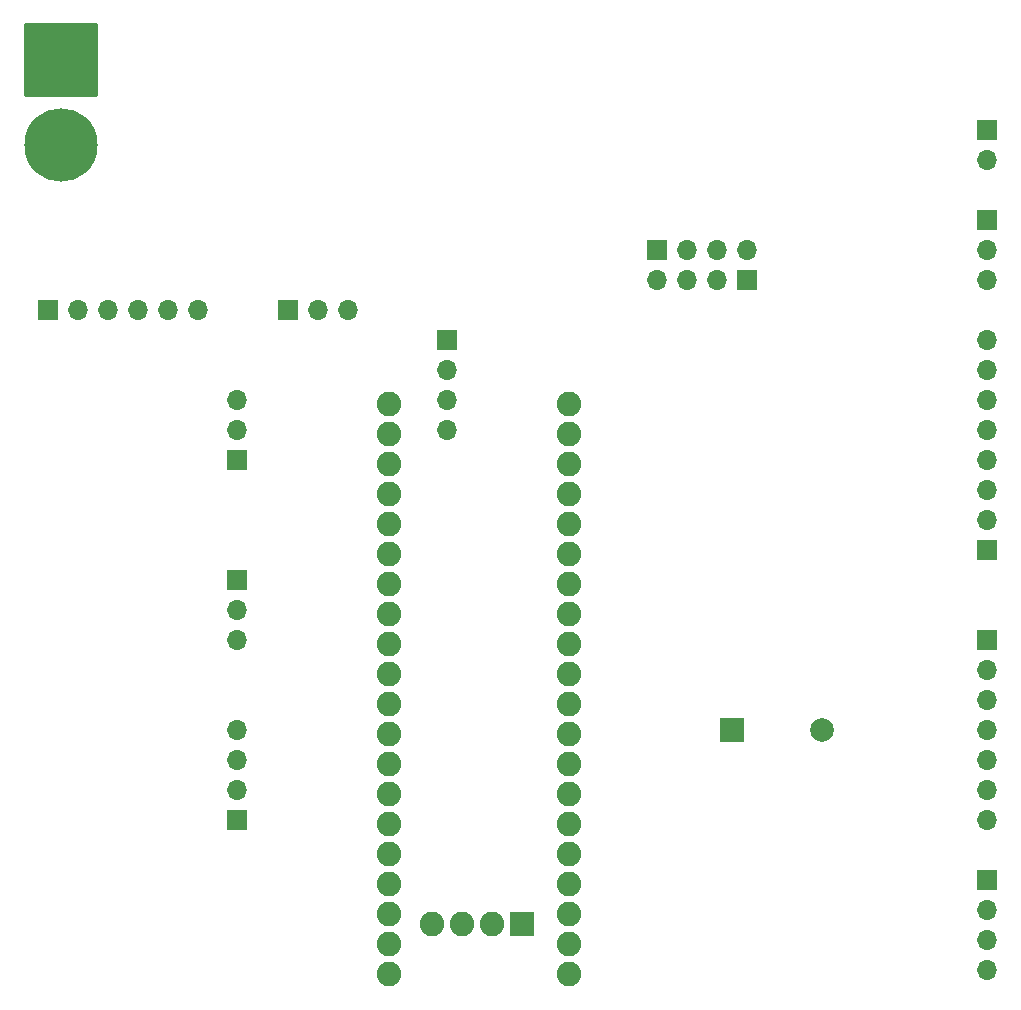
<source format=gbr>
%TF.GenerationSoftware,KiCad,Pcbnew,7.0.10-7.0.10~ubuntu22.04.1*%
%TF.CreationDate,2024-01-15T22:38:42+07:00*%
%TF.ProjectId,PCB_Sensor,5043425f-5365-46e7-936f-722e6b696361,rev?*%
%TF.SameCoordinates,Original*%
%TF.FileFunction,Soldermask,Bot*%
%TF.FilePolarity,Negative*%
%FSLAX46Y46*%
G04 Gerber Fmt 4.6, Leading zero omitted, Abs format (unit mm)*
G04 Created by KiCad (PCBNEW 7.0.10-7.0.10~ubuntu22.04.1) date 2024-01-15 22:38:42*
%MOMM*%
%LPD*%
G01*
G04 APERTURE LIST*
G04 Aperture macros list*
%AMRoundRect*
0 Rectangle with rounded corners*
0 $1 Rounding radius*
0 $2 $3 $4 $5 $6 $7 $8 $9 X,Y pos of 4 corners*
0 Add a 4 corners polygon primitive as box body*
4,1,4,$2,$3,$4,$5,$6,$7,$8,$9,$2,$3,0*
0 Add four circle primitives for the rounded corners*
1,1,$1+$1,$2,$3*
1,1,$1+$1,$4,$5*
1,1,$1+$1,$6,$7*
1,1,$1+$1,$8,$9*
0 Add four rect primitives between the rounded corners*
20,1,$1+$1,$2,$3,$4,$5,0*
20,1,$1+$1,$4,$5,$6,$7,0*
20,1,$1+$1,$6,$7,$8,$9,0*
20,1,$1+$1,$8,$9,$2,$3,0*%
G04 Aperture macros list end*
%ADD10R,1.700000X1.700000*%
%ADD11O,1.700000X1.700000*%
%ADD12C,6.204000*%
%ADD13RoundRect,0.102000X-3.000000X3.000000X-3.000000X-3.000000X3.000000X-3.000000X3.000000X3.000000X0*%
%ADD14R,2.000000X2.000000*%
%ADD15C,2.000000*%
%ADD16C,2.082800*%
%ADD17RoundRect,0.101600X0.939800X-0.939800X0.939800X0.939800X-0.939800X0.939800X-0.939800X-0.939800X0*%
G04 APERTURE END LIST*
D10*
%TO.C,J4*%
X157480000Y-40640000D03*
D11*
X157480000Y-43180000D03*
X157480000Y-45720000D03*
%TD*%
D10*
%TO.C,J10*%
X157480000Y-96520000D03*
D11*
X157480000Y-99060000D03*
X157480000Y-101600000D03*
X157480000Y-104140000D03*
%TD*%
D12*
%TO.C,J6*%
X79060000Y-34320000D03*
D13*
X79060000Y-27120000D03*
%TD*%
D10*
%TO.C,J1*%
X98320000Y-48260000D03*
D11*
X100860000Y-48260000D03*
X103400000Y-48260000D03*
%TD*%
D10*
%TO.C,J5*%
X157480000Y-33020000D03*
D11*
X157480000Y-35560000D03*
%TD*%
D10*
%TO.C,J8*%
X93980000Y-60960000D03*
D11*
X93980000Y-58420000D03*
X93980000Y-55880000D03*
%TD*%
D10*
%TO.C,J2*%
X93980000Y-71120000D03*
D11*
X93980000Y-73660000D03*
X93980000Y-76200000D03*
%TD*%
D10*
%TO.C,J13*%
X157480000Y-76200000D03*
D11*
X157480000Y-78740000D03*
X157480000Y-81280000D03*
X157480000Y-83820000D03*
X157480000Y-86360000D03*
X157480000Y-88900000D03*
X157480000Y-91440000D03*
%TD*%
D10*
%TO.C,J14*%
X137160000Y-45720000D03*
D11*
X134620000Y-45720000D03*
X132080000Y-45720000D03*
X129540000Y-45720000D03*
%TD*%
D10*
%TO.C,J15*%
X129540000Y-43180000D03*
D11*
X132080000Y-43180000D03*
X134620000Y-43180000D03*
X137160000Y-43180000D03*
%TD*%
D14*
%TO.C,BZ1*%
X135900000Y-83820000D03*
D15*
X143500000Y-83820000D03*
%TD*%
D10*
%TO.C,J7*%
X111760000Y-50800000D03*
D11*
X111760000Y-53340000D03*
X111760000Y-55880000D03*
X111760000Y-58420000D03*
%TD*%
D10*
%TO.C,J9*%
X93980000Y-91440000D03*
D11*
X93980000Y-88900000D03*
X93980000Y-86360000D03*
X93980000Y-83820000D03*
%TD*%
D10*
%TO.C,J11*%
X78000000Y-48260000D03*
D11*
X80540000Y-48260000D03*
X83080000Y-48260000D03*
X85620000Y-48260000D03*
X88160000Y-48260000D03*
X90700000Y-48260000D03*
%TD*%
D10*
%TO.C,J12*%
X157480000Y-68580000D03*
D11*
X157480000Y-66040000D03*
X157480000Y-63500000D03*
X157480000Y-60960000D03*
X157480000Y-58420000D03*
X157480000Y-55880000D03*
X157480000Y-53340000D03*
X157480000Y-50800000D03*
%TD*%
D16*
%TO.C,U1*%
X122047000Y-56180000D03*
X122047000Y-58720000D03*
X122047000Y-61260000D03*
X122047000Y-63800000D03*
X122047000Y-66340000D03*
X122047000Y-68880000D03*
X122047000Y-71420000D03*
X122047000Y-73960000D03*
X122047000Y-76500000D03*
X122047000Y-79040000D03*
X122047000Y-81580000D03*
X122047000Y-84120000D03*
X122047000Y-86660000D03*
X122047000Y-89200000D03*
X122047000Y-91740000D03*
X122047000Y-94280000D03*
X122047000Y-96820000D03*
X122047000Y-99360000D03*
X122047000Y-101900000D03*
X122047000Y-104440000D03*
X106807000Y-104440000D03*
X106807000Y-101900000D03*
X106807000Y-99360000D03*
X106807000Y-96820000D03*
X106807000Y-94280000D03*
X106807000Y-91740000D03*
X106807000Y-89200000D03*
X106807000Y-86660000D03*
X106807000Y-84120000D03*
X106807000Y-81580000D03*
X106807000Y-79040000D03*
X106807000Y-76500000D03*
X106807000Y-73960000D03*
X106807000Y-71420000D03*
X106807000Y-68880000D03*
X106807000Y-66340000D03*
X106807000Y-63800000D03*
X106807000Y-61260000D03*
X106807000Y-58720000D03*
X106807000Y-56180000D03*
D17*
X118110000Y-100203000D03*
D16*
X115570000Y-100203000D03*
X113030000Y-100203000D03*
X110490000Y-100203000D03*
%TD*%
M02*

</source>
